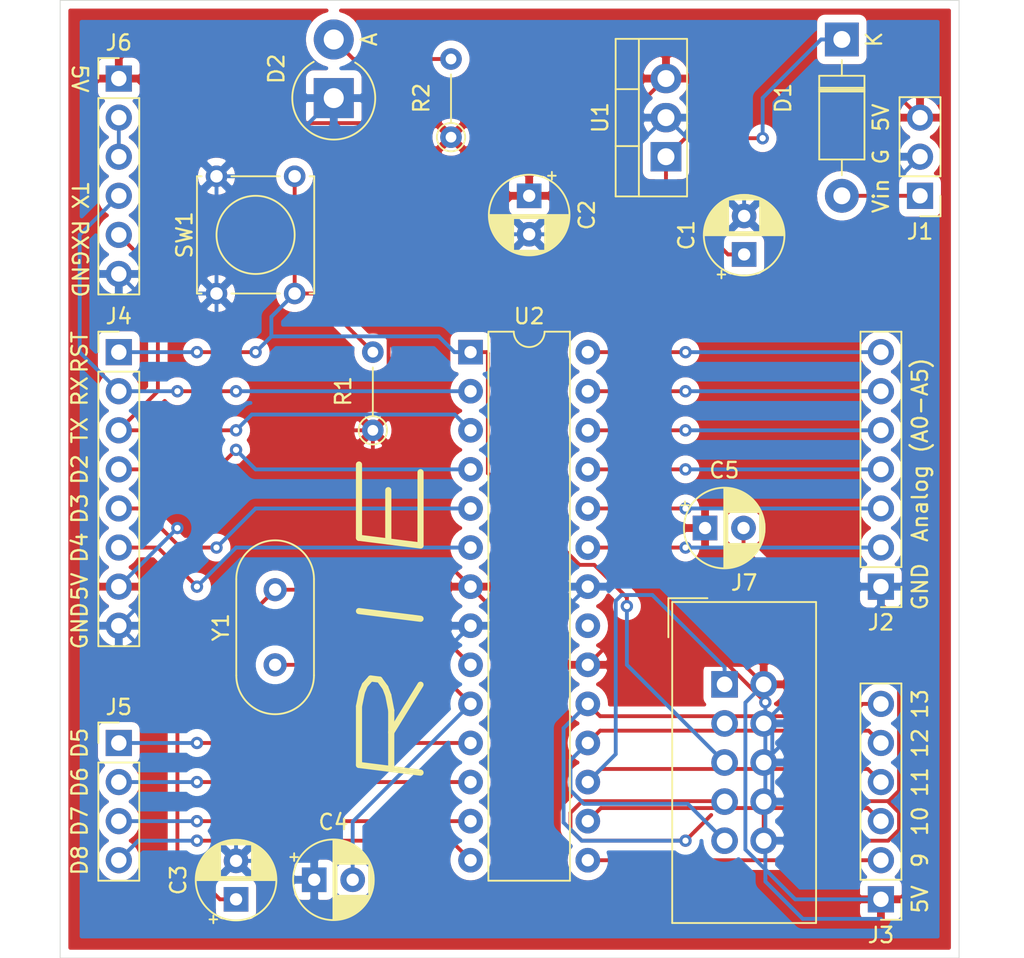
<source format=kicad_pcb>
(kicad_pcb (version 20171130) (host pcbnew "(5.1.2)-1")
  (layers (0 F.Cu signal) (31 B.Cu signal) (34 B.Paste user) (35 F.Paste user) (36 B.SilkS user) (37 F.SilkS user) (38 B.Mask user) (39 F.Mask user) (44 Edge.Cuts user))
  (net 0 "")
  (net 1 GND)
  (net 2 "Net-(C1-Pad1)")
  (net 3 +5V)
  (net 4 XTAL1)
  (net 5 XTAL2)
  (net 6 "Net-(D1-Pad2)")
  (net 7 "Net-(D2-Pad2)")
  (net 8 "Net-(U2-Pad21)")
  (net 9 RESET)
  (net 10 "Net-(J2-Pad7)")
  (net 11 "Net-(J2-Pad6)")
  (net 12 "Net-(J2-Pad5)")
  (net 13 "Net-(J2-Pad4)")
  (net 14 "Net-(J2-Pad3)")
  (net 15 "Net-(J2-Pad2)")
  (net 16 "Net-(J3-Pad3)")
  (net 17 "Net-(J3-Pad2)")
  (net 18 "Net-(J4-Pad6)")
  (net 19 "Net-(J4-Pad5)")
  (net 20 "Net-(J4-Pad4)")
  (net 21 D8)
  (net 22 "Net-(J5-Pad3)")
  (net 23 D6)
  (net 24 D5)
  (net 25 TX)
  (net 26 RX)
  (net 27 "Net-(J6-Pad2)")
  (net 28 SCK)
  (net 29 MISO)
  (net 30 MOSI)
  (net 31 "Net-(J7-Pad3)")
  (module Connector_IDC:IDC-Header_2x05_P2.54mm_Vertical (layer F.Cu) (at 195.58 100.33)
    (fp_text reference J7 (at 1.27 -6.604) (layer F.SilkS))
    (fp_text value Conn_02x05_Counter_Clockwise)
    (pad 10 thru_hole oval (at 2.54 10.16) (size 1.7272 1.7272) (drill 1.016) (layers *.Cu *.Mask) (net 1 GND))
    (pad 9 thru_hole oval (at 0 10.16) (size 1.7272 1.7272) (drill 1.016) (layers *.Cu *.Mask) (net 29 MISO))
    (pad 8 thru_hole oval (at 2.54 7.62) (size 1.7272 1.7272) (drill 1.016) (layers *.Cu *.Mask) (net 1 GND))
    (pad 7 thru_hole oval (at 0 7.62) (size 1.7272 1.7272) (drill 1.016) (layers *.Cu *.Mask) (net 28 SCK))
    (pad 6 thru_hole oval (at 2.54 5.08) (size 1.7272 1.7272) (drill 1.016) (layers *.Cu *.Mask) (net 1 GND))
    (pad 5 thru_hole oval (at 0 5.08) (size 1.7272 1.7272) (drill 1.016) (layers *.Cu *.Mask) (net 9 RESET))
    (pad 4 thru_hole oval (at 2.54 2.54) (size 1.7272 1.7272) (drill 1.016) (layers *.Cu *.Mask) (net 1 GND))
    (pad 3 thru_hole oval (at 0 2.54) (size 1.7272 1.7272) (drill 1.016) (layers *.Cu *.Mask) (net 31 "Net-(J7-Pad3)"))
    (pad 2 thru_hole oval (at 2.54 0) (size 1.7272 1.7272) (drill 1.016) (layers *.Cu *.Mask) (net 3 +5V))
    (pad 1 thru_hole rect (at 0 0) (size 1.7272 1.7272) (drill 1.016) (layers *.Cu *.Mask) (net 30 MOSI))
  )
  (module Connector_PinHeader_2.54mm:PinHeader_1x06_P2.54mm_Vertical (layer F.Cu) (at 205.74 114.3 180)
    (fp_text reference J3 (at 0 -2.33) (layer F.SilkS))
    (fp_text value Conn_01x06_Female)
    (pad 6 thru_hole oval (at 0 12.7 180) (size 1.7 1.7) (drill 1) (layers *.Cu *.Mask) (net 28 SCK))
    (pad 5 thru_hole oval (at 0 10.16 180) (size 1.7 1.7) (drill 1) (layers *.Cu *.Mask) (net 29 MISO))
    (pad 4 thru_hole oval (at 0 7.62 180) (size 1.7 1.7) (drill 1) (layers *.Cu *.Mask) (net 30 MOSI))
    (pad 3 thru_hole oval (at 0 5.08 180) (size 1.7 1.7) (drill 1) (layers *.Cu *.Mask) (net 16 "Net-(J3-Pad3)"))
    (pad 2 thru_hole oval (at 0 2.54 180) (size 1.7 1.7) (drill 1) (layers *.Cu *.Mask) (net 17 "Net-(J3-Pad2)"))
    (pad 1 thru_hole rect (at 0 0 180) (size 1.7 1.7) (drill 1) (layers *.Cu *.Mask) (net 3 +5V))
  )
  (module Package_DIP:DIP-28_W7.62mm (layer F.Cu) (at 179.07 78.74)
    (fp_text reference U2 (at 3.81 -2.33) (layer F.SilkS))
    (fp_text value ATmega328P-PU)
    (pad 28 thru_hole oval (at 7.62 0) (size 1.6 1.6) (drill 0.8) (layers *.Cu *.Mask) (net 10 "Net-(J2-Pad7)"))
    (pad 14 thru_hole oval (at 0 33.02) (size 1.6 1.6) (drill 0.8) (layers *.Cu *.Mask) (net 21 D8))
    (pad 27 thru_hole oval (at 7.62 2.54) (size 1.6 1.6) (drill 0.8) (layers *.Cu *.Mask) (net 11 "Net-(J2-Pad6)"))
    (pad 13 thru_hole oval (at 0 30.48) (size 1.6 1.6) (drill 0.8) (layers *.Cu *.Mask) (net 22 "Net-(J5-Pad3)"))
    (pad 26 thru_hole oval (at 7.62 5.08) (size 1.6 1.6) (drill 0.8) (layers *.Cu *.Mask) (net 12 "Net-(J2-Pad5)"))
    (pad 12 thru_hole oval (at 0 27.94) (size 1.6 1.6) (drill 0.8) (layers *.Cu *.Mask) (net 23 D6))
    (pad 25 thru_hole oval (at 7.62 7.62) (size 1.6 1.6) (drill 0.8) (layers *.Cu *.Mask) (net 13 "Net-(J2-Pad4)"))
    (pad 11 thru_hole oval (at 0 25.4) (size 1.6 1.6) (drill 0.8) (layers *.Cu *.Mask) (net 24 D5))
    (pad 24 thru_hole oval (at 7.62 10.16) (size 1.6 1.6) (drill 0.8) (layers *.Cu *.Mask) (net 14 "Net-(J2-Pad3)"))
    (pad 10 thru_hole oval (at 0 22.86) (size 1.6 1.6) (drill 0.8) (layers *.Cu *.Mask) (net 5 XTAL2))
    (pad 23 thru_hole oval (at 7.62 12.7) (size 1.6 1.6) (drill 0.8) (layers *.Cu *.Mask) (net 15 "Net-(J2-Pad2)"))
    (pad 9 thru_hole oval (at 0 20.32) (size 1.6 1.6) (drill 0.8) (layers *.Cu *.Mask) (net 4 XTAL1))
    (pad 22 thru_hole oval (at 7.62 15.24) (size 1.6 1.6) (drill 0.8) (layers *.Cu *.Mask) (net 1 GND))
    (pad 8 thru_hole oval (at 0 17.78) (size 1.6 1.6) (drill 0.8) (layers *.Cu *.Mask) (net 1 GND))
    (pad 21 thru_hole oval (at 7.62 17.78) (size 1.6 1.6) (drill 0.8) (layers *.Cu *.Mask) (net 8 "Net-(U2-Pad21)"))
    (pad 7 thru_hole oval (at 0 15.24) (size 1.6 1.6) (drill 0.8) (layers *.Cu *.Mask) (net 3 +5V))
    (pad 20 thru_hole oval (at 7.62 20.32) (size 1.6 1.6) (drill 0.8) (layers *.Cu *.Mask) (net 3 +5V))
    (pad 6 thru_hole oval (at 0 12.7) (size 1.6 1.6) (drill 0.8) (layers *.Cu *.Mask) (net 18 "Net-(J4-Pad6)"))
    (pad 19 thru_hole oval (at 7.62 22.86) (size 1.6 1.6) (drill 0.8) (layers *.Cu *.Mask) (net 28 SCK))
    (pad 5 thru_hole oval (at 0 10.16) (size 1.6 1.6) (drill 0.8) (layers *.Cu *.Mask) (net 19 "Net-(J4-Pad5)"))
    (pad 18 thru_hole oval (at 7.62 25.4) (size 1.6 1.6) (drill 0.8) (layers *.Cu *.Mask) (net 29 MISO))
    (pad 4 thru_hole oval (at 0 7.62) (size 1.6 1.6) (drill 0.8) (layers *.Cu *.Mask) (net 20 "Net-(J4-Pad4)"))
    (pad 17 thru_hole oval (at 7.62 27.94) (size 1.6 1.6) (drill 0.8) (layers *.Cu *.Mask) (net 30 MOSI))
    (pad 3 thru_hole oval (at 0 5.08) (size 1.6 1.6) (drill 0.8) (layers *.Cu *.Mask) (net 25 TX))
    (pad 16 thru_hole oval (at 7.62 30.48) (size 1.6 1.6) (drill 0.8) (layers *.Cu *.Mask) (net 16 "Net-(J3-Pad3)"))
    (pad 2 thru_hole oval (at 0 2.54) (size 1.6 1.6) (drill 0.8) (layers *.Cu *.Mask) (net 26 RX))
    (pad 15 thru_hole oval (at 7.62 33.02) (size 1.6 1.6) (drill 0.8) (layers *.Cu *.Mask) (net 17 "Net-(J3-Pad2)"))
    (pad 1 thru_hole rect (at 0 0) (size 1.6 1.6) (drill 0.8) (layers *.Cu *.Mask) (net 9 RESET))
  )
  (module Connector_PinHeader_2.54mm:PinHeader_1x03_P2.54mm_Vertical (layer F.Cu) (at 208.28 68.58 180)
    (fp_text reference J1 (at 0 -2.33) (layer F.SilkS))
    (fp_text value Conn_01x03_Male)
    (pad 3 thru_hole oval (at 0 5.08 180) (size 1.7 1.7) (drill 1) (layers *.Cu *.Mask) (net 3 +5V))
    (pad 2 thru_hole oval (at 0 2.54 180) (size 1.7 1.7) (drill 1) (layers *.Cu *.Mask) (net 1 GND))
    (pad 1 thru_hole rect (at 0 0 180) (size 1.7 1.7) (drill 1) (layers *.Cu *.Mask) (net 6 "Net-(D1-Pad2)"))
  )
  (module Connector_PinHeader_2.54mm:PinHeader_1x06_P2.54mm_Vertical (layer F.Cu) (at 156.21 60.96)
    (fp_text reference J6 (at 0 -2.33) (layer F.SilkS))
    (fp_text value Conn_01x06_Female)
    (pad 6 thru_hole oval (at 0 12.7) (size 1.7 1.7) (drill 1) (layers *.Cu *.Mask) (net 1 GND))
    (pad 5 thru_hole oval (at 0 10.16) (size 1.7 1.7) (drill 1) (layers *.Cu *.Mask) (net 25 TX))
    (pad 4 thru_hole oval (at 0 7.62) (size 1.7 1.7) (drill 1) (layers *.Cu *.Mask) (net 26 RX))
    (pad 3 thru_hole oval (at 0 5.08) (size 1.7 1.7) (drill 1) (layers *.Cu *.Mask) (net 27 "Net-(J6-Pad2)"))
    (pad 2 thru_hole oval (at 0 2.54) (size 1.7 1.7) (drill 1) (layers *.Cu *.Mask) (net 27 "Net-(J6-Pad2)"))
    (pad 1 thru_hole rect (at 0 0) (size 1.7 1.7) (drill 1) (layers *.Cu *.Mask) (net 3 +5V))
  )
  (module Connector_PinHeader_2.54mm:PinHeader_1x04_P2.54mm_Vertical (layer F.Cu) (at 156.21 104.14)
    (fp_text reference J5 (at 0 -2.33) (layer F.SilkS))
    (fp_text value Conn_01x04_Female)
    (pad 4 thru_hole oval (at 0 7.62) (size 1.7 1.7) (drill 1) (layers *.Cu *.Mask) (net 21 D8))
    (pad 3 thru_hole oval (at 0 5.08) (size 1.7 1.7) (drill 1) (layers *.Cu *.Mask) (net 22 "Net-(J5-Pad3)"))
    (pad 2 thru_hole oval (at 0 2.54) (size 1.7 1.7) (drill 1) (layers *.Cu *.Mask) (net 23 D6))
    (pad 1 thru_hole rect (at 0 0) (size 1.7 1.7) (drill 1) (layers *.Cu *.Mask) (net 24 D5))
  )
  (module Connector_PinHeader_2.54mm:PinHeader_1x08_P2.54mm_Vertical (layer F.Cu) (at 156.21 78.74)
    (fp_text reference J4 (at 0 -2.33) (layer F.SilkS))
    (fp_text value Conn_01x08_Female)
    (pad 8 thru_hole oval (at 0 17.78) (size 1.7 1.7) (drill 1) (layers *.Cu *.Mask) (net 1 GND))
    (pad 7 thru_hole oval (at 0 15.24) (size 1.7 1.7) (drill 1) (layers *.Cu *.Mask) (net 3 +5V))
    (pad 6 thru_hole oval (at 0 12.7) (size 1.7 1.7) (drill 1) (layers *.Cu *.Mask) (net 18 "Net-(J4-Pad6)"))
    (pad 5 thru_hole oval (at 0 10.16) (size 1.7 1.7) (drill 1) (layers *.Cu *.Mask) (net 19 "Net-(J4-Pad5)"))
    (pad 4 thru_hole oval (at 0 7.62) (size 1.7 1.7) (drill 1) (layers *.Cu *.Mask) (net 20 "Net-(J4-Pad4)"))
    (pad 3 thru_hole oval (at 0 5.08) (size 1.7 1.7) (drill 1) (layers *.Cu *.Mask) (net 25 TX))
    (pad 2 thru_hole oval (at 0 2.54) (size 1.7 1.7) (drill 1) (layers *.Cu *.Mask) (net 26 RX))
    (pad 1 thru_hole rect (at 0 0) (size 1.7 1.7) (drill 1) (layers *.Cu *.Mask) (net 9 RESET))
  )
  (module Connector_PinHeader_2.54mm:PinHeader_1x07_P2.54mm_Vertical (layer F.Cu) (at 205.74 93.98 180)
    (fp_text reference J2 (at 0 -2.33) (layer F.SilkS))
    (fp_text value Conn_01x07_Female)
    (pad 7 thru_hole oval (at 0 15.24 180) (size 1.7 1.7) (drill 1) (layers *.Cu *.Mask) (net 10 "Net-(J2-Pad7)"))
    (pad 6 thru_hole oval (at 0 12.7 180) (size 1.7 1.7) (drill 1) (layers *.Cu *.Mask) (net 11 "Net-(J2-Pad6)"))
    (pad 5 thru_hole oval (at 0 10.16 180) (size 1.7 1.7) (drill 1) (layers *.Cu *.Mask) (net 12 "Net-(J2-Pad5)"))
    (pad 4 thru_hole oval (at 0 7.62 180) (size 1.7 1.7) (drill 1) (layers *.Cu *.Mask) (net 13 "Net-(J2-Pad4)"))
    (pad 3 thru_hole oval (at 0 5.08 180) (size 1.7 1.7) (drill 1) (layers *.Cu *.Mask) (net 14 "Net-(J2-Pad3)"))
    (pad 2 thru_hole oval (at 0 2.54 180) (size 1.7 1.7) (drill 1) (layers *.Cu *.Mask) (net 15 "Net-(J2-Pad2)"))
    (pad 1 thru_hole rect (at 0 0 180) (size 1.7 1.7) (drill 1) (layers *.Cu *.Mask) (net 1 GND))
  )
  (module Crystal:Crystal_HC49-U_Vertical (layer F.Cu) (at 166.37 99.06 90)
    (fp_text reference Y1 (at 2.44 -3.525 90) (layer F.SilkS))
    (fp_text value Crystal)
    (pad 2 thru_hole circle (at 4.88 0 90) (size 1.5 1.5) (drill 0.8) (layers *.Cu *.Mask) (net 4 XTAL1))
    (pad 1 thru_hole circle (at 0 0 90) (size 1.5 1.5) (drill 0.8) (layers *.Cu *.Mask) (net 5 XTAL2))
  )
  (module Package_TO_SOT_THT:TO-220-3_Vertical (layer F.Cu) (at 191.77 66.04 90)
    (fp_text reference U1 (at 2.54 -4.27 90) (layer F.SilkS))
    (fp_text value LM7805_TO220)
    (pad 3 thru_hole oval (at 5.08 0 90) (size 1.905 2) (drill 1.1) (layers *.Cu *.Mask) (net 3 +5V))
    (pad 2 thru_hole oval (at 2.54 0 90) (size 1.905 2) (drill 1.1) (layers *.Cu *.Mask) (net 1 GND))
    (pad 1 thru_hole rect (at 0 0 90) (size 1.905 2) (drill 1.1) (layers *.Cu *.Mask) (net 2 "Net-(C1-Pad1)"))
  )
  (module Button_Switch_THT:SW_Tactile_Straight_KSA0Axx1LFTR (layer F.Cu) (at 162.56 74.93 90)
    (fp_text reference SW1 (at 3.81 -2.08 90) (layer F.SilkS))
    (fp_text value SW_Push)
    (pad 2 thru_hole circle (at 0 5.08 90) (size 1.397 1.397) (drill 0.8128) (layers *.Cu *.Mask) (net 9 RESET))
    (pad 1 thru_hole circle (at 0 0 90) (size 1.397 1.397) (drill 0.8128) (layers *.Cu *.Mask) (net 1 GND))
    (pad 2 thru_hole circle (at 7.62 5.08 90) (size 1.397 1.397) (drill 0.8128) (layers *.Cu *.Mask) (net 9 RESET))
    (pad 1 thru_hole circle (at 7.62 0 90) (size 1.397 1.397) (drill 0.8128) (layers *.Cu *.Mask) (net 1 GND))
  )
  (module Resistor_THT:R_Axial_DIN0204_L3.6mm_D1.6mm_P5.08mm_Vertical (layer F.Cu) (at 177.8 64.77 90)
    (fp_text reference R2 (at 2.54 -1.92 90) (layer F.SilkS))
    (fp_text value 220)
    (pad 2 thru_hole oval (at 5.08 0 90) (size 1.4 1.4) (drill 0.7) (layers *.Cu *.Mask) (net 7 "Net-(D2-Pad2)"))
    (pad 1 thru_hole circle (at 0 0 90) (size 1.4 1.4) (drill 0.7) (layers *.Cu *.Mask) (net 3 +5V))
  )
  (module Resistor_THT:R_Axial_DIN0204_L3.6mm_D1.6mm_P5.08mm_Vertical (layer F.Cu) (at 172.72 83.82 90)
    (fp_text reference R1 (at 2.54 -1.92 90) (layer F.SilkS))
    (fp_text value R)
    (pad 2 thru_hole oval (at 5.08 0 90) (size 1.4 1.4) (drill 0.7) (layers *.Cu *.Mask) (net 9 RESET))
    (pad 1 thru_hole circle (at 0 0 90) (size 1.4 1.4) (drill 0.7) (layers *.Cu *.Mask) (net 3 +5V))
  )
  (module Diode_THT:D_DO-201_P3.81mm_Vertical_AnodeUp (layer F.Cu) (at 170.18 62.23 90)
    (fp_text reference D2 (at 1.905 -3.725 90) (layer F.SilkS))
    (fp_text value LED_ALT)
    (fp_text user A (at 3.81 2.3 90) (layer F.SilkS))
    (pad 2 thru_hole oval (at 3.81 0 90) (size 2.6 2.6) (drill 1.3) (layers *.Cu *.Mask) (net 7 "Net-(D2-Pad2)"))
    (pad 1 thru_hole rect (at 0 0 90) (size 2.6 2.6) (drill 1.3) (layers *.Cu *.Mask) (net 1 GND))
  )
  (module Diode_THT:D_DO-41_SOD81_P10.16mm_Horizontal (layer F.Cu) (at 203.2 58.42 270)
    (fp_text reference D1 (at 3.81 3.81 90) (layer F.SilkS))
    (fp_text value 1N4007)
    (fp_text user K (at 0 -2.1 90) (layer F.SilkS))
    (pad 2 thru_hole oval (at 10.16 0 270) (size 2.2 2.2) (drill 1.1) (layers *.Cu *.Mask) (net 6 "Net-(D1-Pad2)"))
    (pad 1 thru_hole rect (at 0 0 270) (size 2.2 2.2) (drill 1.1) (layers *.Cu *.Mask) (net 2 "Net-(C1-Pad1)"))
  )
  (module Capacitor_THT:CP_Radial_D5.0mm_P2.50mm (layer F.Cu) (at 194.31 90.17)
    (fp_text reference C5 (at 1.25 -3.75) (layer F.SilkS))
    (fp_text value C)
    (pad 2 thru_hole circle (at 2.5 0) (size 1.6 1.6) (drill 0.8) (layers *.Cu *.Mask) (net 1 GND))
    (pad 1 thru_hole rect (at 0 0) (size 1.6 1.6) (drill 0.8) (layers *.Cu *.Mask) (net 3 +5V))
  )
  (module Capacitor_THT:CP_Radial_D5.0mm_P2.50mm (layer F.Cu) (at 168.91 113.03)
    (fp_text reference C4 (at 1.25 -3.75) (layer F.SilkS))
    (fp_text value 22p)
    (pad 2 thru_hole circle (at 2.5 0) (size 1.6 1.6) (drill 0.8) (layers *.Cu *.Mask) (net 5 XTAL2))
    (pad 1 thru_hole rect (at 0 0) (size 1.6 1.6) (drill 0.8) (layers *.Cu *.Mask) (net 1 GND))
  )
  (module Capacitor_THT:CP_Radial_D5.0mm_P2.50mm (layer F.Cu) (at 163.83 114.3 90)
    (fp_text reference C3 (at 1.25 -3.75 90) (layer F.SilkS))
    (fp_text value 22p)
    (pad 2 thru_hole circle (at 2.5 0 90) (size 1.6 1.6) (drill 0.8) (layers *.Cu *.Mask) (net 1 GND))
    (pad 1 thru_hole rect (at 0 0 90) (size 1.6 1.6) (drill 0.8) (layers *.Cu *.Mask) (net 4 XTAL1))
  )
  (module Capacitor_THT:CP_Radial_D5.0mm_P2.50mm (layer F.Cu) (at 182.88 68.58 270)
    (fp_text reference C2 (at 1.25 -3.75 90) (layer F.SilkS))
    (fp_text value 22u)
    (pad 2 thru_hole circle (at 2.5 0 270) (size 1.6 1.6) (drill 0.8) (layers *.Cu *.Mask) (net 1 GND))
    (pad 1 thru_hole rect (at 0 0 270) (size 1.6 1.6) (drill 0.8) (layers *.Cu *.Mask) (net 3 +5V))
  )
  (module Capacitor_THT:CP_Radial_D5.0mm_P2.50mm (layer F.Cu) (at 196.85 72.39 90)
    (fp_text reference C1 (at 1.25 -3.75 90) (layer F.SilkS))
    (fp_text value 100u)
    (pad 2 thru_hole circle (at 2.5 0 90) (size 1.6 1.6) (drill 0.8) (layers *.Cu *.Mask) (net 1 GND))
    (pad 1 thru_hole rect (at 0 0 90) (size 1.6 1.6) (drill 0.8) (layers *.Cu *.Mask) (net 2 "Net-(C1-Pad1)"))
  )
  (gr_text "5V\n" (at 205.74 63.5 90) (layer F.SilkS) (effects (font (size 1 1))))
  (gr_text Vin (at 205.74 68.58 90) (layer F.SilkS) (effects (font (size 1 1))))
  (gr_text G (at 205.74 66.04 90) (layer F.SilkS) (effects (font (size 1 1))))
  (gr_line (start 152.4 118.11) (end 152.4 55.88) (layer Edge.Cuts) (width 0.05))
  (gr_line (start 210.82 118.11) (end 152.4 118.11) (layer Edge.Cuts) (width 0.05))
  (gr_line (start 210.82 55.88) (end 210.82 118.11) (layer Edge.Cuts) (width 0.05))
  (gr_line (start 152.4 55.88) (end 210.82 55.88) (layer Edge.Cuts) (width 0.05))
  (gr_text RST (at 153.67 78.74 90) (layer F.SilkS) (effects (font (size 1 1))))
  (gr_text "TX\n" (at 153.67 83.82 90) (layer F.SilkS) (effects (font (size 1 1))))
  (gr_text "RX\n" (at 153.67 81.28 90) (layer F.SilkS) (effects (font (size 1 1))))
  (gr_text D2 (at 153.67 86.36 90) (layer F.SilkS) (effects (font (size 1 1))))
  (gr_text "D3\n" (at 153.67 88.9 90) (layer F.SilkS) (effects (font (size 1 1))))
  (gr_text D4 (at 153.67 91.44 90) (layer F.SilkS) (effects (font (size 1 1))))
  (gr_text GND (at 153.67 73.66 270) (layer F.SilkS) (effects (font (size 1 1))))
  (gr_text RX (at 153.67 71.12 270) (layer F.SilkS) (effects (font (size 1 1))))
  (gr_text TX (at 153.67 68.58 270) (layer F.SilkS) (effects (font (size 1 1))))
  (gr_text "5V\n" (at 153.67 60.96 270) (layer F.SilkS) (effects (font (size 1 1))))
  (gr_text 13 (at 208.28 101.6 90) (layer F.SilkS) (effects (font (size 1 1))))
  (gr_text 12 (at 208.28 104.14 90) (layer F.SilkS) (effects (font (size 1 1))))
  (gr_text 11 (at 208.28 106.68 90) (layer F.SilkS) (effects (font (size 1 1))))
  (gr_text 10 (at 208.28 109.22 90) (layer F.SilkS) (effects (font (size 1 1))))
  (gr_text D8 (at 153.67 111.76 90) (layer F.SilkS) (effects (font (size 1 1))))
  (gr_text D7 (at 153.67 109.22 90) (layer F.SilkS) (effects (font (size 1 1))))
  (gr_text "D6\n" (at 153.67 106.68 90) (layer F.SilkS) (effects (font (size 1 1))))
  (gr_text D5 (at 153.67 104.14 90) (layer F.SilkS) (effects (font (size 1 1))))
  (gr_text "GND\n" (at 153.67 96.52 90) (layer F.SilkS) (effects (font (size 1 1))))
  (gr_text 5V (at 153.67 93.98 90) (layer F.SilkS) (effects (font (size 1 1))))
  (gr_text 5V (at 208.28 114.3 90) (layer F.SilkS) (effects (font (size 1 1))))
  (gr_text "9\n" (at 208.28 111.76 90) (layer F.SilkS) (effects (font (size 1 1))))
  (gr_text "GND\n" (at 208.28 93.98 90) (layer F.SilkS) (effects (font (size 1 1))))
  (gr_text "Analog (A0-A5)\n" (at 208.28 85.09 90) (layer F.SilkS) (effects (font (size 1 1))))
  (gr_text "RIE\n" (at 173.99 96.52 90) (layer F.SilkS) (effects (font (size 4 10) (thickness 0.4) italic)))
  (segment (start 194.27 93.98) (end 196.81 96.52) (width 0.25) (layer B.Cu) (net 1))
  (segment (start 186.69 93.98) (end 194.27 93.98) (width 0.25) (layer B.Cu) (net 1))
  (segment (start 205.74 95.08) (end 205.74 93.98) (width 0.25) (layer B.Cu) (net 1))
  (segment (start 204.3 96.52) (end 205.74 95.08) (width 0.25) (layer B.Cu) (net 1))
  (segment (start 196.81 96.52) (end 204.3 96.52) (width 0.25) (layer B.Cu) (net 1))
  (segment (start 184.15 96.52) (end 186.69 93.98) (width 0.25) (layer B.Cu) (net 1))
  (segment (start 179.07 96.52) (end 184.15 96.52) (width 0.25) (layer B.Cu) (net 1))
  (segment (start 179.07 96.52) (end 171.41 104.18) (width 0.25) (layer B.Cu) (net 1))
  (segment (start 164.92 111.8) (end 163.83 111.8) (width 0.25) (layer B.Cu) (net 1))
  (segment (start 163.83 104.14) (end 156.21 96.52) (width 0.25) (layer B.Cu) (net 1))
  (segment (start 163.83 111.8) (end 163.83 104.14) (width 0.25) (layer B.Cu) (net 1))
  (segment (start 171.41 104.18) (end 171.41 105.45) (width 0.25) (layer B.Cu) (net 1))
  (segment (start 162.56 90.17) (end 162.56 74.93) (width 0.25) (layer B.Cu) (net 1))
  (segment (start 156.21 96.52) (end 162.56 90.17) (width 0.25) (layer B.Cu) (net 1))
  (segment (start 157.48 74.93) (end 156.21 73.66) (width 0.25) (layer B.Cu) (net 1))
  (segment (start 162.56 74.93) (end 157.48 74.93) (width 0.25) (layer B.Cu) (net 1))
  (segment (start 162.56 74.93) (end 162.56 67.31) (width 0.25) (layer B.Cu) (net 1))
  (segment (start 165.1 67.31) (end 170.18 62.23) (width 0.25) (layer B.Cu) (net 1))
  (segment (start 162.56 67.31) (end 165.1 67.31) (width 0.25) (layer B.Cu) (net 1))
  (segment (start 181.74863 71.08) (end 182.88 71.08) (width 0.25) (layer B.Cu) (net 1))
  (segment (start 170.18 63.78) (end 177.48 71.08) (width 0.25) (layer B.Cu) (net 1))
  (segment (start 177.48 71.08) (end 181.74863 71.08) (width 0.25) (layer B.Cu) (net 1))
  (segment (start 170.18 62.23) (end 170.18 63.78) (width 0.25) (layer B.Cu) (net 1))
  (segment (start 191.7225 63.5) (end 191.77 63.5) (width 0.25) (layer B.Cu) (net 1))
  (segment (start 190.52 64.7025) (end 191.7225 63.5) (width 0.25) (layer B.Cu) (net 1))
  (segment (start 184.19 71.08) (end 190.52 64.75) (width 0.25) (layer B.Cu) (net 1))
  (segment (start 190.52 64.75) (end 190.52 64.7025) (width 0.25) (layer B.Cu) (net 1))
  (segment (start 182.88 71.08) (end 184.19 71.08) (width 0.25) (layer B.Cu) (net 1))
  (segment (start 191.8175 63.5) (end 191.77 63.5) (width 0.25) (layer B.Cu) (net 1))
  (segment (start 196.85 68.5325) (end 191.8175 63.5) (width 0.25) (layer B.Cu) (net 1))
  (segment (start 196.85 69.89) (end 196.85 68.5325) (width 0.25) (layer B.Cu) (net 1))
  (segment (start 207.430001 66.889999) (end 208.28 66.04) (width 0.25) (layer B.Cu) (net 1))
  (segment (start 203.630001 70.689999) (end 207.430001 66.889999) (width 0.25) (layer B.Cu) (net 1))
  (segment (start 197.649999 70.689999) (end 203.630001 70.689999) (width 0.25) (layer B.Cu) (net 1))
  (segment (start 196.85 69.89) (end 197.649999 70.689999) (width 0.25) (layer B.Cu) (net 1))
  (segment (start 168.91 106.68) (end 179.07 96.52) (width 0.25) (layer B.Cu) (net 1))
  (segment (start 168.91 113.03) (end 168.91 106.68) (width 0.25) (layer B.Cu) (net 1))
  (segment (start 168.91 111.98) (end 168.91 113.03) (width 0.25) (layer B.Cu) (net 1))
  (segment (start 168.73 111.8) (end 168.91 111.98) (width 0.25) (layer B.Cu) (net 1))
  (segment (start 163.83 111.8) (end 168.73 111.8) (width 0.25) (layer B.Cu) (net 1))
  (segment (start 205.74 95.25) (end 198.68001 102.30999) (width 0.25) (layer B.Cu) (net 1))
  (segment (start 205.74 93.98) (end 205.74 95.25) (width 0.25) (layer B.Cu) (net 1))
  (segment (start 205.74 97.79) (end 198.68001 104.84999) (width 0.25) (layer B.Cu) (net 1))
  (segment (start 205.74 95.25) (end 205.74 97.79) (width 0.25) (layer B.Cu) (net 1))
  (segment (start 198.68001 102.30999) (end 198.68001 107.38999) (width 0.25) (layer B.Cu) (net 1))
  (segment (start 206.239011 107.919991) (end 198.12 107.919991) (width 0.25) (layer F.Cu) (net 1))
  (segment (start 198.12 110.49) (end 198.12 108.820011) (width 0.25) (layer F.Cu) (net 1))
  (segment (start 199.341314 110.49) (end 198.12 110.49) (width 0.25) (layer F.Cu) (net 1))
  (segment (start 206.915001 109.784001) (end 206.209002 110.49) (width 0.25) (layer F.Cu) (net 1))
  (segment (start 206.915001 108.655999) (end 206.915001 109.784001) (width 0.25) (layer F.Cu) (net 1))
  (segment (start 206.178993 107.919991) (end 206.915001 108.655999) (width 0.25) (layer F.Cu) (net 1))
  (segment (start 206.209002 110.49) (end 199.341314 110.49) (width 0.25) (layer F.Cu) (net 1))
  (segment (start 206.239011 107.919991) (end 206.178993 107.919991) (width 0.25) (layer F.Cu) (net 1))
  (segment (start 206.915001 107.244001) (end 206.239011 107.919991) (width 0.25) (layer F.Cu) (net 1))
  (segment (start 206.915001 96.255001) (end 206.915001 107.244001) (width 0.25) (layer F.Cu) (net 1))
  (segment (start 205.74 95.08) (end 206.915001 96.255001) (width 0.25) (layer F.Cu) (net 1))
  (segment (start 205.74 93.98) (end 205.74 95.08) (width 0.25) (layer F.Cu) (net 1))
  (segment (start 196.81 90.17) (end 196.81 91.48) (width 0.25) (layer F.Cu) (net 1))
  (segment (start 199.31 93.98) (end 205.74 93.98) (width 0.25) (layer F.Cu) (net 1))
  (segment (start 196.81 91.48) (end 199.31 93.98) (width 0.25) (layer F.Cu) (net 1))
  (segment (start 191.77 68.36) (end 191.77 67.2425) (width 0.25) (layer F.Cu) (net 2))
  (segment (start 195.8 72.39) (end 191.77 68.36) (width 0.25) (layer F.Cu) (net 2))
  (segment (start 191.77 67.2425) (end 191.77 66.04) (width 0.25) (layer F.Cu) (net 2))
  (segment (start 196.85 72.39) (end 195.8 72.39) (width 0.25) (layer F.Cu) (net 2))
  (segment (start 191.8175 66.04) (end 193.02 64.8375) (width 0.25) (layer F.Cu) (net 2))
  (segment (start 193.02 64.8375) (end 198.0525 64.8375) (width 0.25) (layer F.Cu) (net 2))
  (segment (start 191.77 66.04) (end 191.8175 66.04) (width 0.25) (layer F.Cu) (net 2))
  (segment (start 198.0525 64.8375) (end 198.0525 64.8375) (width 0.25) (layer F.Cu) (net 2))
  (via (at 198.0525 64.8375) (size 0.8) (drill 0.4) (layers F.Cu B.Cu) (net 2))
  (via (at 198.0525 64.8375) (size 0.8) (drill 0.4) (layers F.Cu B.Cu) (net 2))
  (segment (start 201.85 58.42) (end 203.2 58.42) (width 0.25) (layer B.Cu) (net 2))
  (segment (start 198.0525 62.2175) (end 201.85 58.42) (width 0.25) (layer B.Cu) (net 2))
  (segment (start 198.0525 64.8375) (end 198.0525 62.2175) (width 0.25) (layer B.Cu) (net 2))
  (segment (start 194.31 97.57) (end 194.31 96.52) (width 0.25) (layer F.Cu) (net 3))
  (segment (start 198.34 101.6) (end 198.23 101.49) (width 0.25) (layer F.Cu) (net 3))
  (segment (start 189.23 96.52) (end 186.69 99.06) (width 0.25) (layer F.Cu) (net 3))
  (segment (start 194.31 96.52) (end 189.23 96.52) (width 0.25) (layer F.Cu) (net 3))
  (segment (start 184.15 99.06) (end 179.07 93.98) (width 0.25) (layer F.Cu) (net 3))
  (segment (start 186.69 99.06) (end 184.15 99.06) (width 0.25) (layer F.Cu) (net 3))
  (segment (start 172.72 87.63) (end 172.72 83.82) (width 0.25) (layer F.Cu) (net 3))
  (segment (start 179.07 93.98) (end 172.72 87.63) (width 0.25) (layer F.Cu) (net 3))
  (segment (start 181.83 68.58) (end 182.88 68.58) (width 0.25) (layer F.Cu) (net 3))
  (segment (start 173.745001 82.794999) (end 173.745001 76.664999) (width 0.25) (layer F.Cu) (net 3))
  (segment (start 173.745001 76.664999) (end 181.83 68.58) (width 0.25) (layer F.Cu) (net 3))
  (segment (start 172.72 83.82) (end 173.745001 82.794999) (width 0.25) (layer F.Cu) (net 3))
  (segment (start 181.61 68.58) (end 177.8 64.77) (width 0.25) (layer F.Cu) (net 3))
  (segment (start 182.88 68.58) (end 181.61 68.58) (width 0.25) (layer F.Cu) (net 3))
  (segment (start 160.205001 63.855001) (end 157.31 60.96) (width 0.25) (layer F.Cu) (net 3))
  (segment (start 157.31 60.96) (end 156.21 60.96) (width 0.25) (layer F.Cu) (net 3))
  (segment (start 176.885001 63.855001) (end 160.205001 63.855001) (width 0.25) (layer F.Cu) (net 3))
  (segment (start 177.8 64.77) (end 176.885001 63.855001) (width 0.25) (layer F.Cu) (net 3))
  (segment (start 191.7225 60.96) (end 191.77 60.96) (width 0.25) (layer F.Cu) (net 3))
  (segment (start 190.52 62.1625) (end 191.7225 60.96) (width 0.25) (layer F.Cu) (net 3))
  (segment (start 184.15 68.58) (end 190.52 62.21) (width 0.25) (layer F.Cu) (net 3))
  (segment (start 190.52 62.21) (end 190.52 62.1625) (width 0.25) (layer F.Cu) (net 3))
  (segment (start 182.88 68.58) (end 184.15 68.58) (width 0.25) (layer F.Cu) (net 3))
  (segment (start 205.74 60.96) (end 208.28 63.5) (width 0.25) (layer F.Cu) (net 3))
  (segment (start 191.77 60.96) (end 205.74 60.96) (width 0.25) (layer F.Cu) (net 3))
  (segment (start 172.72 83.82) (end 166.37 83.82) (width 0.25) (layer F.Cu) (net 3))
  (segment (start 198.23 101.49) (end 194.31 97.57) (width 0.25) (layer F.Cu) (net 3))
  (via (at 198.23 101.49) (size 0.8) (drill 0.4) (layers F.Cu B.Cu) (net 3))
  (segment (start 205.74 115.57) (end 200.66 115.57) (width 0.25) (layer B.Cu) (net 3))
  (segment (start 198.23 101.49) (end 198.23 112.92) (width 0.25) (layer B.Cu) (net 3))
  (segment (start 198.23 113.14) (end 198.23 112.92) (width 0.25) (layer B.Cu) (net 3))
  (segment (start 198.23 112.92) (end 198.23 112.97) (width 0.25) (layer B.Cu) (net 3))
  (via (at 160.02 90.17) (size 0.8) (drill 0.4) (layers F.Cu B.Cu) (net 3))
  (segment (start 166.37 83.82) (end 160.02 90.17) (width 0.25) (layer F.Cu) (net 3))
  (segment (start 160.02 90.17) (end 156.21 93.98) (width 0.25) (layer B.Cu) (net 3))
  (segment (start 198.23 113.14) (end 200.66 115.57) (width 0.25) (layer B.Cu) (net 3))
  (segment (start 196.85 99.06) (end 187.96 99.06) (width 0.25) (layer F.Cu) (net 3))
  (segment (start 196.85 99.06) (end 186.69 99.06) (width 0.25) (layer F.Cu) (net 3))
  (segment (start 198.12 100.33) (end 196.85 99.06) (width 0.25) (layer F.Cu) (net 3))
  (segment (start 204.64 114.3) (end 205.74 114.3) (width 0.25) (layer B.Cu) (net 3))
  (segment (start 196.931399 111.060529) (end 200.17087 114.3) (width 0.25) (layer B.Cu) (net 3))
  (segment (start 200.17087 114.3) (end 204.64 114.3) (width 0.25) (layer B.Cu) (net 3))
  (segment (start 196.931399 101.518601) (end 196.931399 111.060529) (width 0.25) (layer B.Cu) (net 3))
  (segment (start 198.12 100.33) (end 196.931399 101.518601) (width 0.25) (layer B.Cu) (net 3))
  (segment (start 174.19 94.18) (end 179.07 99.06) (width 0.25) (layer F.Cu) (net 4))
  (segment (start 166.37 94.18) (end 174.19 94.18) (width 0.25) (layer F.Cu) (net 4))
  (segment (start 166.37 94.18) (end 160.02 100.53) (width 0.25) (layer F.Cu) (net 4))
  (segment (start 160.02 111.54) (end 162.78 114.3) (width 0.25) (layer F.Cu) (net 4))
  (segment (start 162.78 114.3) (end 163.83 114.3) (width 0.25) (layer F.Cu) (net 4))
  (segment (start 160.02 100.53) (end 160.02 111.54) (width 0.25) (layer F.Cu) (net 4))
  (segment (start 176.53 99.06) (end 179.07 101.6) (width 0.25) (layer F.Cu) (net 5))
  (segment (start 166.37 99.06) (end 176.53 99.06) (width 0.25) (layer F.Cu) (net 5))
  (segment (start 171.41 109.26) (end 179.07 101.6) (width 0.25) (layer B.Cu) (net 5))
  (segment (start 171.41 113.03) (end 171.41 109.26) (width 0.25) (layer B.Cu) (net 5))
  (segment (start 208.28 68.58) (end 203.2 68.58) (width 0.25) (layer F.Cu) (net 6))
  (segment (start 171.45 59.69) (end 170.18 58.42) (width 0.25) (layer F.Cu) (net 7))
  (segment (start 177.8 59.69) (end 171.45 59.69) (width 0.25) (layer F.Cu) (net 7))
  (segment (start 168.91 74.93) (end 172.72 78.74) (width 0.25) (layer F.Cu) (net 9))
  (segment (start 167.64 74.93) (end 168.91 74.93) (width 0.25) (layer F.Cu) (net 9))
  (segment (start 167.64 74.93) (end 167.64 67.31) (width 0.25) (layer F.Cu) (net 9))
  (segment (start 166.125001 77.714999) (end 165.1 78.74) (width 0.25) (layer B.Cu) (net 9))
  (segment (start 176.994999 77.714999) (end 166.125001 77.714999) (width 0.25) (layer B.Cu) (net 9))
  (segment (start 179.07 78.74) (end 178.02 78.74) (width 0.25) (layer B.Cu) (net 9))
  (via (at 165.1 78.74) (size 0.8) (drill 0.4) (layers F.Cu B.Cu) (net 9))
  (segment (start 178.02 78.74) (end 176.994999 77.714999) (width 0.25) (layer B.Cu) (net 9))
  (via (at 161.29 78.74) (size 0.8) (drill 0.4) (layers F.Cu B.Cu) (net 9))
  (segment (start 165.1 78.74) (end 161.29 78.74) (width 0.25) (layer F.Cu) (net 9))
  (segment (start 161.29 78.74) (end 156.21 78.74) (width 0.25) (layer B.Cu) (net 9))
  (segment (start 166.125001 76.444999) (end 167.64 74.93) (width 0.25) (layer B.Cu) (net 9))
  (segment (start 166.125001 77.714999) (end 166.125001 76.444999) (width 0.25) (layer B.Cu) (net 9))
  (segment (start 195.58 105.41) (end 189.23 99.06) (width 0.25) (layer B.Cu) (net 9))
  (segment (start 189.23 99.06) (end 189.23 95.25) (width 0.25) (layer B.Cu) (net 9))
  (via (at 189.23 95.25) (size 0.8) (drill 0.4) (layers F.Cu B.Cu) (net 9))
  (segment (start 180.12 78.74) (end 179.07 78.74) (width 0.25) (layer F.Cu) (net 9))
  (segment (start 180.195001 78.815001) (end 180.12 78.74) (width 0.25) (layer F.Cu) (net 9))
  (segment (start 180.195001 86.610003) (end 180.195001 78.815001) (width 0.25) (layer F.Cu) (net 9))
  (segment (start 186.149999 92.565001) (end 180.195001 86.610003) (width 0.25) (layer F.Cu) (net 9))
  (segment (start 187.110686 92.565001) (end 186.149999 92.565001) (width 0.25) (layer F.Cu) (net 9))
  (segment (start 189.23 94.684315) (end 187.110686 92.565001) (width 0.25) (layer F.Cu) (net 9))
  (segment (start 189.23 95.25) (end 189.23 94.684315) (width 0.25) (layer F.Cu) (net 9))
  (segment (start 186.69 78.74) (end 193.04 78.74) (width 0.25) (layer F.Cu) (net 10))
  (via (at 193.04 78.74) (size 0.8) (drill 0.4) (layers F.Cu B.Cu) (net 10))
  (segment (start 193.04 78.74) (end 194.31 78.74) (width 0.25) (layer B.Cu) (net 10))
  (segment (start 194.31 78.74) (end 205.74 78.74) (width 0.25) (layer B.Cu) (net 10))
  (segment (start 186.69 81.28) (end 193.04 81.28) (width 0.25) (layer F.Cu) (net 11))
  (via (at 193.04 81.28) (size 0.8) (drill 0.4) (layers F.Cu B.Cu) (net 11))
  (segment (start 193.04 81.28) (end 205.74 81.28) (width 0.25) (layer B.Cu) (net 11))
  (segment (start 186.69 83.82) (end 193.04 83.82) (width 0.25) (layer F.Cu) (net 12))
  (segment (start 193.04 83.82) (end 193.04 83.82) (width 0.25) (layer F.Cu) (net 12))
  (via (at 193.04 83.82) (size 0.8) (drill 0.4) (layers F.Cu B.Cu) (net 12))
  (segment (start 193.04 83.82) (end 205.74 83.82) (width 0.25) (layer B.Cu) (net 12))
  (segment (start 186.69 86.36) (end 193.04 86.36) (width 0.25) (layer F.Cu) (net 13))
  (segment (start 193.04 86.36) (end 193.04 86.36) (width 0.25) (layer F.Cu) (net 13))
  (via (at 193.04 86.36) (size 0.8) (drill 0.4) (layers F.Cu B.Cu) (net 13))
  (segment (start 193.04 86.36) (end 205.74 86.36) (width 0.25) (layer B.Cu) (net 13))
  (segment (start 204.939002 88.9) (end 205.74 88.9) (width 0.25) (layer B.Cu) (net 14))
  (segment (start 193.04 88.9) (end 193.04 88.9) (width 0.25) (layer B.Cu) (net 14))
  (segment (start 193.04 88.9) (end 204.939002 88.9) (width 0.25) (layer B.Cu) (net 14))
  (via (at 193.04 88.9) (size 0.8) (drill 0.4) (layers F.Cu B.Cu) (net 14))
  (segment (start 186.69 88.9) (end 193.04 88.9) (width 0.25) (layer F.Cu) (net 14))
  (segment (start 186.69 91.44) (end 191.77 91.44) (width 0.25) (layer F.Cu) (net 15))
  (segment (start 191.77 91.44) (end 193.04 91.44) (width 0.25) (layer F.Cu) (net 15))
  (segment (start 193.04 91.44) (end 193.04 91.44) (width 0.25) (layer F.Cu) (net 15))
  (via (at 193.04 91.44) (size 0.8) (drill 0.4) (layers F.Cu B.Cu) (net 15))
  (segment (start 193.04 91.44) (end 205.74 91.44) (width 0.25) (layer B.Cu) (net 15))
  (segment (start 204.890001 108.370001) (end 205.74 109.22) (width 0.25) (layer F.Cu) (net 16))
  (segment (start 187.539999 108.370001) (end 204.890001 108.370001) (width 0.25) (layer F.Cu) (net 16))
  (segment (start 186.69 109.22) (end 187.539999 108.370001) (width 0.25) (layer F.Cu) (net 16))
  (segment (start 186.69 111.76) (end 205.74 111.76) (width 0.25) (layer F.Cu) (net 17))
  (segment (start 179.07 91.44) (end 163.83 91.44) (width 0.25) (layer B.Cu) (net 18))
  (via (at 161.29 93.98) (size 0.8) (drill 0.4) (layers F.Cu B.Cu) (net 18))
  (segment (start 163.83 91.44) (end 161.29 93.98) (width 0.25) (layer B.Cu) (net 18))
  (segment (start 158.75 91.44) (end 156.21 91.44) (width 0.25) (layer F.Cu) (net 18))
  (segment (start 161.29 93.98) (end 158.75 91.44) (width 0.25) (layer F.Cu) (net 18))
  (via (at 162.56 91.44) (size 0.8) (drill 0.4) (layers F.Cu B.Cu) (net 19))
  (segment (start 179.07 88.9) (end 165.1 88.9) (width 0.25) (layer B.Cu) (net 19))
  (segment (start 165.1 88.9) (end 162.56 91.44) (width 0.25) (layer B.Cu) (net 19))
  (segment (start 157.412081 88.9) (end 156.21 88.9) (width 0.25) (layer F.Cu) (net 19))
  (segment (start 157.676998 88.9) (end 157.412081 88.9) (width 0.25) (layer F.Cu) (net 19))
  (segment (start 160.216998 91.44) (end 157.676998 88.9) (width 0.25) (layer F.Cu) (net 19))
  (segment (start 162.56 91.44) (end 160.216998 91.44) (width 0.25) (layer F.Cu) (net 19))
  (via (at 163.83 85.09) (size 0.8) (drill 0.4) (layers F.Cu B.Cu) (net 20))
  (segment (start 179.07 86.36) (end 165.1 86.36) (width 0.25) (layer B.Cu) (net 20))
  (segment (start 165.1 86.36) (end 163.83 85.09) (width 0.25) (layer B.Cu) (net 20))
  (segment (start 162.56 86.36) (end 156.21 86.36) (width 0.25) (layer F.Cu) (net 20))
  (segment (start 163.83 85.09) (end 162.56 86.36) (width 0.25) (layer F.Cu) (net 20))
  (via (at 161.29 110.49) (size 0.8) (drill 0.4) (layers F.Cu B.Cu) (net 21))
  (segment (start 164.185002 110.49) (end 161.29 110.49) (width 0.25) (layer F.Cu) (net 21))
  (segment (start 179.07 111.76) (end 177.8 110.49) (width 0.25) (layer F.Cu) (net 21))
  (segment (start 177.8 110.49) (end 164.185002 110.49) (width 0.25) (layer F.Cu) (net 21))
  (segment (start 157.48 110.49) (end 156.21 111.76) (width 0.25) (layer B.Cu) (net 21))
  (segment (start 161.29 110.49) (end 157.48 110.49) (width 0.25) (layer B.Cu) (net 21))
  (via (at 161.29 109.22) (size 0.8) (drill 0.4) (layers F.Cu B.Cu) (net 22))
  (segment (start 179.07 109.22) (end 161.29 109.22) (width 0.25) (layer F.Cu) (net 22))
  (segment (start 161.29 109.22) (end 156.21 109.22) (width 0.25) (layer B.Cu) (net 22))
  (via (at 161.29 106.68) (size 0.8) (drill 0.4) (layers F.Cu B.Cu) (net 23))
  (segment (start 179.07 106.68) (end 161.29 106.68) (width 0.25) (layer F.Cu) (net 23))
  (segment (start 161.29 106.68) (end 156.21 106.68) (width 0.25) (layer B.Cu) (net 23))
  (via (at 161.29 104.14) (size 0.8) (drill 0.4) (layers F.Cu B.Cu) (net 24))
  (segment (start 179.07 104.14) (end 161.29 104.14) (width 0.25) (layer F.Cu) (net 24))
  (segment (start 161.29 104.14) (end 156.21 104.14) (width 0.25) (layer B.Cu) (net 24))
  (segment (start 157.059999 71.969999) (end 156.21 71.12) (width 0.25) (layer F.Cu) (net 25))
  (segment (start 158.75 73.66) (end 157.059999 71.969999) (width 0.25) (layer F.Cu) (net 25))
  (segment (start 158.75 81.28) (end 158.75 73.66) (width 0.25) (layer F.Cu) (net 25))
  (segment (start 156.21 83.82) (end 158.75 81.28) (width 0.25) (layer F.Cu) (net 25))
  (via (at 163.83 83.82) (size 0.8) (drill 0.4) (layers F.Cu B.Cu) (net 25))
  (segment (start 179.07 83.82) (end 178.044999 82.794999) (width 0.25) (layer B.Cu) (net 25))
  (segment (start 164.855001 82.794999) (end 163.83 83.82) (width 0.25) (layer B.Cu) (net 25))
  (segment (start 178.044999 82.794999) (end 164.855001 82.794999) (width 0.25) (layer B.Cu) (net 25))
  (segment (start 163.83 83.82) (end 156.21 83.82) (width 0.25) (layer F.Cu) (net 25))
  (via (at 163.83 81.28) (size 0.8) (drill 0.4) (layers F.Cu B.Cu) (net 26))
  (segment (start 179.07 81.28) (end 163.83 81.28) (width 0.25) (layer B.Cu) (net 26))
  (segment (start 163.83 81.28) (end 160.02 81.28) (width 0.25) (layer F.Cu) (net 26))
  (via (at 160.02 81.28) (size 0.8) (drill 0.4) (layers F.Cu B.Cu) (net 26))
  (segment (start 160.02 81.28) (end 156.21 81.28) (width 0.25) (layer B.Cu) (net 26))
  (segment (start 155.360001 69.429999) (end 156.21 68.58) (width 0.25) (layer B.Cu) (net 26))
  (segment (start 153.67 71.12) (end 155.360001 69.429999) (width 0.25) (layer B.Cu) (net 26))
  (segment (start 153.67 78.74) (end 153.67 71.12) (width 0.25) (layer B.Cu) (net 26))
  (segment (start 156.21 81.28) (end 153.67 78.74) (width 0.25) (layer B.Cu) (net 26))
  (segment (start 156.21 63.5) (end 156.21 66.04) (width 0.25) (layer B.Cu) (net 27))
  (segment (start 204.537919 101.6) (end 205.74 101.6) (width 0.25) (layer F.Cu) (net 28))
  (segment (start 203.73792 102.399999) (end 204.537919 101.6) (width 0.25) (layer F.Cu) (net 28))
  (segment (start 187.489999 102.399999) (end 203.73792 102.399999) (width 0.25) (layer F.Cu) (net 28))
  (segment (start 186.69 101.6) (end 187.489999 102.399999) (width 0.25) (layer F.Cu) (net 28))
  (via (at 193.04 110.49) (size 0.8) (drill 0.4) (layers F.Cu B.Cu) (net 28))
  (segment (start 186.294998 110.49) (end 193.04 110.49) (width 0.25) (layer B.Cu) (net 28))
  (segment (start 185.11499 109.309992) (end 186.294998 110.49) (width 0.25) (layer B.Cu) (net 28))
  (segment (start 186.69 101.6) (end 185.11499 103.17501) (width 0.25) (layer B.Cu) (net 28))
  (segment (start 185.11499 103.17501) (end 185.11499 109.309992) (width 0.25) (layer B.Cu) (net 28))
  (segment (start 193.675 109.855) (end 194.709989 108.820011) (width 0.25) (layer F.Cu) (net 28))
  (segment (start 193.04 110.49) (end 193.675 109.855) (width 0.25) (layer F.Cu) (net 28))
  (via (at 195.58 107.645001) (size 0.8) (drill 0.4) (layers F.Cu B.Cu) (net 28))
  (segment (start 186.294998 110.49) (end 185.564999 109.760001) (width 0.25) (layer F.Cu) (net 28))
  (segment (start 193.04 110.49) (end 186.294998 110.49) (width 0.25) (layer F.Cu) (net 28))
  (segment (start 185.564999 108.679999) (end 186.325007 107.919991) (width 0.25) (layer F.Cu) (net 28))
  (segment (start 185.564999 109.760001) (end 185.564999 108.679999) (width 0.25) (layer F.Cu) (net 28))
  (segment (start 186.325007 107.919991) (end 195.30501 107.919991) (width 0.25) (layer F.Cu) (net 28))
  (segment (start 195.30501 107.919991) (end 195.58 107.645001) (width 0.25) (layer F.Cu) (net 28))
  (segment (start 204.940001 103.340001) (end 205.74 104.14) (width 0.25) (layer F.Cu) (net 29))
  (segment (start 187.489999 103.340001) (end 204.940001 103.340001) (width 0.25) (layer F.Cu) (net 29))
  (segment (start 186.69 104.14) (end 187.489999 103.340001) (width 0.25) (layer F.Cu) (net 29))
  (segment (start 194.716401 109.626401) (end 195.58 110.49) (width 0.25) (layer B.Cu) (net 29))
  (segment (start 193.184999 108.094999) (end 194.716401 109.626401) (width 0.25) (layer B.Cu) (net 29))
  (segment (start 185.564999 107.220001) (end 186.439997 108.094999) (width 0.25) (layer B.Cu) (net 29))
  (segment (start 186.439997 108.094999) (end 193.184999 108.094999) (width 0.25) (layer B.Cu) (net 29))
  (segment (start 185.564999 105.265001) (end 185.564999 107.220001) (width 0.25) (layer B.Cu) (net 29))
  (segment (start 186.69 104.14) (end 185.564999 105.265001) (width 0.25) (layer B.Cu) (net 29))
  (segment (start 204.890001 105.830001) (end 205.74 106.68) (width 0.25) (layer F.Cu) (net 30))
  (segment (start 187.539999 105.830001) (end 204.890001 105.830001) (width 0.25) (layer F.Cu) (net 30))
  (segment (start 186.69 106.68) (end 187.539999 105.830001) (width 0.25) (layer F.Cu) (net 30))
  (segment (start 195.58 99.2164) (end 195.58 100.33) (width 0.25) (layer B.Cu) (net 30))
  (segment (start 190.888599 94.524999) (end 195.58 99.2164) (width 0.25) (layer B.Cu) (net 30))
  (segment (start 188.881999 94.524999) (end 190.888599 94.524999) (width 0.25) (layer B.Cu) (net 30))
  (segment (start 188.504999 94.901999) (end 188.881999 94.524999) (width 0.25) (layer B.Cu) (net 30))
  (segment (start 188.504999 104.865001) (end 188.504999 94.901999) (width 0.25) (layer B.Cu) (net 30))
  (segment (start 186.69 106.68) (end 188.504999 104.865001) (width 0.25) (layer B.Cu) (net 30))
  (zone (net 1) (net_name GND) (layer B.Cu) (connect_pads (clearance 0.508)) (min_thickness 0.254) (fill yes (arc_segments 32) (thermal_gap 0.508) (thermal_bridge_width 0.508))
    (polygon (pts (xy 153.67 57.15) (xy 209.55 57.15) (xy 209.55 116.84) (xy 153.67 116.84)))
  )
  (zone (net 3) (net_name +5V) (layer F.Cu) (connect_pads (clearance 0.508)) (min_thickness 0.254) (fill yes (arc_segments 32) (thermal_gap 0.508) (thermal_bridge_width 0.508))
    (polygon (pts (xy 152.4 55.88) (xy 210.82 55.88) (xy 210.82 118.11) (xy 152.4 118.11)))
  )
)
</source>
